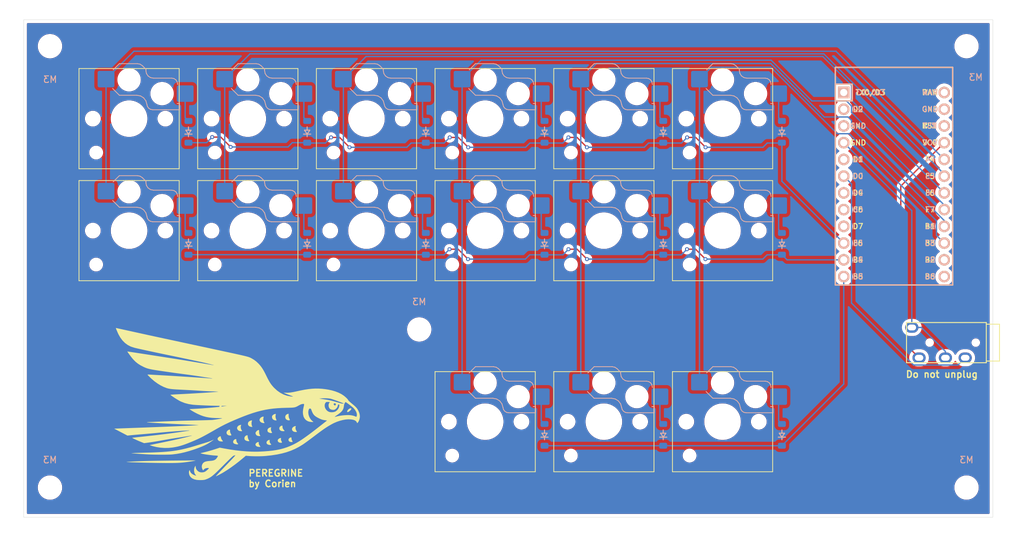
<source format=kicad_pcb>
(kicad_pcb (version 20240108) (generator "pcbnew") (generator_version "8.0")
  (layers (0 "F.Cu" signal) (31 "B.Cu" signal) (34 "B.Paste" user) (35 "F.Paste" user) (36 "B.SilkS" user "B.Silkscreen") (37 "F.SilkS" user "F.Silkscreen") (38 "B.Mask" user) (39 "F.Mask" user) (44 "Edge.Cuts" user))
  (net 0 "")
  (net 1 "Row1Top")
  (net 2 "Net-(D1-A)")
  (net 3 "Net-(D2-A)")
  (net 4 "Net-(D3-A)")
  (net 5 "Net-(D4-A)")
  (net 6 "Net-(D5-A)")
  (net 7 "Net-(D6-A)")
  (net 8 "Net-(D7-A)")
  (net 9 "Row2Middle")
  (net 10 "Net-(D8-A)")
  (net 11 "Net-(D9-A)")
  (net 12 "Net-(D10-A)")
  (net 13 "Net-(D11-A)")
  (net 14 "Net-(D12-A)")
  (net 15 "Row3Bottom")
  (net 16 "Net-(D13-A)")
  (net 17 "Net-(D14-A)")
  (net 18 "Net-(D15-A)")
  (net 19 "Column1")
  (net 20 "Column2")
  (net 21 "Column3")
  (net 22 "Column4")
  (net 23 "Column5")
  (net 24 "Column6")
  (net 37 "TRRSVCC")
  (net 38 "TRRS_DATA")
  (net 39 "TRRS_GROUND")
  (footprint "ScottoKeebs_Hotswap:Hotswap_Choc_V1V2_1.00u" (layer "F.Cu") (at 170 126)
    (property "Reference" "S15" (hide yes))
    (property "Value" "Keyswitch")
  )
  (footprint "ScottoKeebs_MCU:Arduino_Pro_Micro" (layer "F.Cu") (at 196 90)
    (property "Reference" "U1" (hide yes))
    (property "Value" "Arduino_Pro_Micro" (hide yes))
  )
  (footprint "MountingHole:MountingHole_3.2mm_M3" (layer "F.Cu") (at 207 69)
    (property "Reference" "M3")
    (property "Value" "MountingHole_3.2mm_M3" (hide yes))
  )
  (footprint "MountingHole:MountingHole_3.2mm_M3" (layer "F.Cu") (at 124 112)
    (property "Reference" "M3")
    (property "Value" "MountingHole_3.2mm_M3" (hide yes))
  )
  (footprint "ScottoKeebs_Components:TRRS_PJ-320A" (layer "F.Cu") (at 210 114 -90)
    (property "Reference" "U2" (hide yes))
    (property "Value" "TRRS" (hide yes))
  )
  (footprint "ScottoKeebs_Hotswap:Hotswap_Choc_V1V2_1.00u" (layer "F.Cu") (at 152 97)
    (property "Reference" "S11" (hide yes))
    (property "Value" "Keyswitch")
  )
  (footprint "ScottoKeebs_Hotswap:Hotswap_Choc_V1V2_1.00u" (layer "F.Cu") (at 134 80)
    (property "Reference" "S4" (hide yes))
    (property "Value" "Keyswitch")
  )
  (footprint "ScottoKeebs_Hotswap:Hotswap_Choc_V1V2_1.00u" (layer "F.Cu") (at 80 80)
    (property "Reference" "S1" (hide yes))
    (property "Value" "Keyswitch")
  )
  (footprint "ScottoKeebs_Hotswap:Hotswap_Choc_V1V2_1.00u" (layer "F.Cu") (at 152 126)
    (property "Reference" "S14" (hide yes))
    (property "Value" "Keyswitch")
  )
  (footprint "ScottoKeebs_Hotswap:Hotswap_Choc_V1V2_1.00u" (layer "F.Cu") (at 80 97)
    (property "Reference" "S7" (hide yes))
    (property "Value" "Keyswitch")
  )
  (footprint "ScottoKeebs_Hotswap:Hotswap_Choc_V1V2_1.00u" (layer "F.Cu") (at 170 97)
    (property "Reference" "S12" (hide yes))
    (property "Value" "Keyswitch")
  )
  (footprint "MountingHole:MountingHole_3.2mm_M3" (layer "F.Cu") (at 207 136)
    (property "Reference" "M3")
    (property "Value" "MountingHole_3.2mm_M3" (hide yes))
  )
  (footprint "ScottoKeebs_Hotswap:Hotswap_Choc_V1V2_1.00u" (layer "F.Cu") (at 134 126)
    (property "Reference" "S13" (hide yes))
    (property "Value" "Keyswitch")
  )
  (footprint "MountingHole:MountingHole_3.2mm_M3" (layer "F.Cu") (at 68 136)
    (property "Reference" "M3")
    (property "Value" "MountingHole_3.2mm_M3" (hide yes))
  )
  (footprint "ScottoKeebs_Hotswap:Hotswap_Choc_V1V2_1.00u" (layer "F.Cu") (at 116 97)
    (property "Reference" "S9" (hide yes))
    (property "Value" "Keyswitch")
  )
  (footprint "ScottoKeebs_Hotswap:Hotswap_Choc_V1V2_1.00u" (layer "F.Cu") (at 134 97)
    (property "Reference" "S10" (hide yes))
    (property "Value" "Keyswitch")
  )
  (footprint "LOGO" (layer "F.Cu") (at 96 124)
    (property "Reference" "G***")
    (property "Value" "LOGO" (hide yes))
  )
  (footprint "MountingHole:MountingHole_3.2mm_M3" (layer "F.Cu") (at 68 69)
    (property "Reference" "M3")
    (property "Value" "MountingHole_3.2mm_M3" (hide yes))
  )
  (footprint "ScottoKeebs_Hotswap:Hotswap_Choc_V1V2_1.00u" (layer "F.Cu") (at 98 80)
    (property "Reference" "S2" (hide yes))
    (property "Value" "Keyswitch")
  )
  (footprint "ScottoKeebs_Hotswap:Hotswap_Choc_V1V2_1.00u" (layer "F.Cu") (at 98 97)
    (property "Reference" "S8" (hide yes))
    (property "Value" "Keyswitch")
  )
  (footprint "ScottoKeebs_Hotswap:Hotswap_Choc_V1V2_1.00u" (layer "F.Cu") (at 152 80)
    (property "Reference" "S5" (hide yes))
    (property "Value" "Keyswitch")
  )
  (footprint "ScottoKeebs_Hotswap:Hotswap_Choc_V1V2_1.00u" (layer "F.Cu") (at 116 80)
    (property "Reference" "S3" (hide yes))
    (property "Value" "Keyswitch")
  )
  (footprint "ScottoKeebs_Hotswap:Hotswap_Choc_V1V2_1.00u" (layer "F.Cu") (at 170 80)
    (property "Reference" "S6" (hide yes))
    (property "Value" "Keyswitch")
  )
  (footprint "ScottoKeebs_Components:Diode_SOD-123" (layer "B.Cu") (at 125 99 90)
    (property "Reference" "D9" (hide yes))
    (property "Value" "Diode")
  )
  (footprint "ScottoKeebs_Components:Diode_SOD-123" (layer "B.Cu") (at 143 82 90)
    (property "Reference" "D4" (hide yes))
    (property "Value" "Diode")
  )
  (footprint "ScottoKeebs_Components:Diode_SOD-123" (layer "B.Cu") (at 143 128 90)
    (property "Reference" "D13" (hide yes))
    (property "Value" "Diode")
  )
  (footprint "ScottoKeebs_Components:Diode_SOD-123" (layer "B.Cu") (at 161 82 90)
    (property "Reference" "D5" (hide yes))
    (property "Value" "Diode")
  )
  (footprint "ScottoKeebs_Components:Diode_SOD-123" (layer "B.Cu") (at 107 82 90)
    (property "Reference" "D2" (hide yes))
    (property "Value" "Diode")
  )
  (footprint "ScottoKeebs_Components:Diode_SOD-123" (layer "B.Cu") (at 89 99 90)
    (property "Reference" "D7" (hide yes))
    (property "Value" "Diode")
  )
  (footprint "ScottoKeebs_Components:Diode_SOD-123" (layer "B.Cu") (at 179 82 90)
    (property "Reference" "D6" (hide yes))
    (property "Value" "Diode")
  )
  (footprint "ScottoKeebs_Components:Diode_SOD-123" (layer "B.Cu") (at 89 82 90)
    (property "Reference" "D1" (hide yes))
    (property "Value" "Diode")
  )
  (footprint "ScottoKeebs_Components:Diode_SOD-123" (layer "B.Cu") (at 107 99 90)
    (property "Reference" "D8" (hide yes))
    (property "Value" "Diode")
  )
  (footprint "ScottoKeebs_Components:Diode_SOD-123" (layer "B.Cu") (at 143 99 90)
    (property "Reference" "D10" (hide yes))
    (property "Value" "Diode")
  )
  (footprint "ScottoKeebs_Components:Diode_SOD-123" (layer "B.Cu") (at 179 128 90)
    (property "Reference" "D15" (hide yes))
    (property "Value" "Diode")
  )
  (footprint "ScottoKeebs_Components:Diode_SOD-123" (layer "B.Cu") (at 125 82 90)
    (property "Reference" "D3" (hide yes))
    (property "Value" "Diode")
  )
  (footprint "ScottoKeebs_Components:Diode_SOD-123" (layer "B.Cu") (at 161 99 90)
    (property "Reference" "D11" (hide yes))
    (property "Value" "Diode")
  )
  (footprint "ScottoKeebs_Components:Diode_SOD-123" (layer "B.Cu") (at 161 128 90)
    (property "Reference" "D14" (hide yes))
    (property "Value" "Diode")
  )
  (footprint "ScottoKeebs_Components:Diode_SOD-123" (layer "B.Cu") (at 179 99 90)
    (property "Reference" "D12" (hide yes))
    (property "Value" "Diode")
  )
  (gr_rect (start 64 65) (end 211 140.5) (stroke (width 0.05)) (fill none) (layer "Edge.Cuts"))
  (gr_text "PEREGRINE\nby Corien" (at 98 136 0) (layer "F.SilkS") (effects (font (size 1 1) (thickness 0.2) (bold yes)) (justify left bottom)))
  (gr_text "Do not unplug \n" (at 197.7 119.4 0) (layer "F.SilkS") (effects (font (size 1 1) (thickness 0.2) (bold yes)) (justify left bottom)))
  (segment (start 165.925 82.85) (end 167.425 84.35) (width 0.2) (layer "F.Cu") (net 1))
  (segment (start 128.625 82.85) (end 129.925 82.85) (width 0.2) (layer "F.Cu") (net 1))
  (segment (start 146.625 82.85) (end 147.925 82.85) (width 0.2) (layer "F.Cu") (net 1))
  (segment (start 111.925 82.85) (end 113.425 84.35) (width 0.2) (layer "F.Cu") (net 1))
  (segment (start 93.9 82.8) (end 95.4 84.3) (width 0.2) (layer "F.Cu") (net 1))
  (segment (start 164.625 82.85) (end 165.925 82.85) (width 0.2) (layer "F.Cu") (net 1))
  (segment (start 110.625 82.85) (end 111.925 82.85) (width 0.2) (layer "F.Cu") (net 1))
  (segment (start 147.925 82.85) (end 149.425 84.35) (width 0.2) (layer "F.Cu") (net 1))
  (segment (start 92.6 82.8) (end 93.9 82.8) (width 0.2) (layer "F.Cu") (net 1))
  (segment (start 129.925 82.85) (end 131.425 84.35) (width 0.2) (layer "F.Cu") (net 1))
  (via (at 95.4 84.3) (size 0.6) (drill 0.3) (layers "F.Cu" "B.Cu") (net 1))
  (via (at 131.425 84.35) (size 0.6) (drill 0.3) (layers "F.Cu" "B.Cu") (net 1))
  (via (at 110.625 82.85) (size 0.6) (drill 0.3) (layers "F.Cu" "B.Cu") (net 1))
  (via (at 146.625 82.85) (size 0.6) (drill 0.3) (layers "F.Cu" "B.Cu") (net 1))
  (via (at 92.6 82.8) (size 0.6) (drill 0.3) (layers "F.Cu" "B.Cu") (net 1))
  (via (at 113.425 84.35) (size 0.6) (drill 0.3) (layers "F.Cu" "B.Cu") (net 1))
  (via (at 167.425 84.35) (size 0.6) (drill 0.3) (layers "F.Cu" "B.Cu") (net 1))
  (via (at 128.625 82.85) (size 0.6) (drill 0.3) (layers "F.Cu" "B.Cu") (net 1))
  (via (at 164.625 82.85) (size 0.6) (drill 0.3) (layers "F.Cu" "B.Cu") (net 1))
  (via (at 149.425 84.35) (size 0.6) (drill 0.3) (layers "F.Cu" "B.Cu") (net 1))
  (segment (start 140.775 83.7) (end 140.125 84.35) (width 0.2) (layer "B.Cu") (net 1))
  (segment (start 107 83.65) (end 104.75 83.65) (width 0.2) (layer "B.Cu") (net 1))
  (segment (start 125.025 83.7) (end 122.775 83.7) (width 0.2) (layer "B.Cu") (net 1))
  (segment (start 161.025 83.7) (end 163.775 83.7) (width 0.2) (layer "B.Cu") (net 1))
  (segment (start 125.025 83.7) (end 127.775 83.7) (width 0.2) (layer "B.Cu") (net 1))
  (segment (start 91.75 83.65) (end 92.6 82.8) (width 0.2) (layer "B.Cu") (net 1))
  (segment (start 145.775 83.7) (end 146.625 82.85) (width 0.2) (layer "B.Cu") (net 1))
  (segment (start 140.125 84.35) (end 131.425 84.35) (width 0.2) (layer "B.Cu") (net 1))
  (segment (start 107.025 83.7) (end 109.775 83.7) (width 0.2) (layer "B.Cu") (net 1))
  (segment (start 127.775 83.7) (end 128.625 82.85) (width 0.2) (layer "B.Cu") (net 1))
  (segment (start 158.125 84.35) (end 149.425 84.35) (width 0.2) (layer "B.Cu") (net 1))
  (segment (start 161.025 83.7) (end 158.775 83.7) (width 0.2) (layer "B.Cu") (net 1))
  (segment (start 122.125 84.35) (end 113.425 84.35) (width 0.2) (layer "B.Cu") (net 1))
  (segment (start 176.125 84.35) (end 167.425 84.35) (width 0.2) (layer "B.Cu") (net 1))
  (segment (start 122.775 83.7) (end 122.125 84.35) (width 0.2) (layer "B.Cu") (net 1))
  (segment (start 158.775 83.7) (end 158.125 84.35) (width 0.2) (layer "B.Cu") (net 1))
  (segment (start 143.025 83.7) (end 145.775 83.7) (width 0.2) (layer "B.Cu") (net 1))
  (segment (start 179 89.51) (end 179 83.65) (width 0.2) (layer "B.Cu") (net 1))
  (segment (start 163.775 83.7) (end 164.625 82.85) (width 0.2) (layer "B.Cu") (net 1))
  (segment (start 188.38 98.89) (end 179 89.51) (width 0.2) (layer "B.Cu") (net 1))
  (segment (start 179.025 83.7) (end 176.775 83.7) (width 0.2) (layer "B.Cu") (net 1))
  (segment (start 176.775 83.7) (end 176.125 84.35) (width 0.2) (layer "B.Cu") (net 1))
  (segment (start 104.1 84.3) (end 95.4 84.3) (width 0.2) (layer "B.Cu") (net 1))
  (segment (start 109.775 83.7) (end 110.625 82.85) (width 0.2) (layer "B.Cu") (net 1))
  (segment (start 89 83.65) (end 91.75 83.65) (width 0.2) (layer "B.Cu") (net 1))
  (segment (start 143.025 83.7) (end 140.775 83.7) (width 0.2) (layer "B.Cu") (net 1))
  (segment (start 104.75 83.65) (end 104.1 84.3) (width 0.2) (layer "B.Cu") (net 1))
  (segment (start 88.5 76.2) (end 88.5 79.85) (width 0.2) (layer "B.Cu") (net 2))
  (segment (start 88.5 79.85) (end 89 80.35) (width 0.2) (layer "B.Cu") (net 2))
  (segment (start 106.5 76.2) (end 106.5 79.85) (width 0.2) (layer "B.Cu") (net 3))
  (segment (start 106.5 79.85) (end 107 80.35) (width 0.2) (layer "B.Cu") (net 3))
  (segment (start 124.5 79.85) (end 125 80.35) (width 0.2) (layer "B.Cu") (net 4))
  (segment (start 124.5 76.2) (end 124.5 79.85) (width 0.2) (layer "B.Cu") (net 4))
  (segment (start 142.5 76.2) (end 142.5 79.85) (width 0.2) (layer "B.Cu") (net 5))
  (segment (start 142.5 79.85) (end 143 80.35) (width 0.2) (layer "B.Cu") (net 5))
  (segment (start 160.5 79.85) (end 161 80.35) (width 0.2) (layer "B.Cu") (net 6))
  (segment (start 160.5 76.2) (end 160.5 79.85) (width 0.2) (layer "B.Cu") (net 6))
  (segment (start 178.5 79.85) (end 179 80.35) (width 0.2) (layer "B.Cu") (net 7))
  (segment (start 178.5 76.2) (end 178.5 79.85) (width 0.2) (layer "B.Cu") (net 7))
  (segment (start 88.5 93.2) (end 88.5 96.85) (width 0.2) (layer "B.Cu") (net 8))
  (segment (start 88.5 96.85) (end 89 97.35) (width 0.2) (layer "B.Cu") (net 8))
  (segment (start 146.635 99.82) (end 147.935 99.82) (width 0.2) (layer "F.Cu") (net 9))
  (segment (start 165.905 99.82) (end 167.405 101.32) (width 0.2) (layer "F.Cu") (net 9))
  (segment (start 128.595 99.82) (end 129.895 99.82) (width 0.2) (layer "F.Cu") (net 9))
  (segment (start 147.935 99.82) (end 149.435 101.32) (width 0.2) (layer "F.Cu") (net 9))
  (segment (start 164.605 99.82) (end 165.905 99.82) (width 0.2) (layer "F.Cu") (net 9))
  (segment (start 129.895 99.82) (end 131.395 101.32) (width 0.2) (layer "F.Cu") (net 9))
  (via (at 146.635 99.82) (size 0.6) (drill 0.3) (layers "F.Cu" "B.Cu") (net 9))
  (via (at 128.595 99.82) (size 0.6) (drill 0.3) (layers "F.Cu" "B.Cu") (net 9))
  (via (at 164.605 99.82) (size 0.6) (drill 0.3) (layers "F.Cu" "B.Cu") (net 9))
  (via (at 149.435 101.32) (size 0.6) (drill 0.3) (layers "F.Cu" "B.Cu") (net 9))
  (via (at 167.405 101.32) (size 0.6) (drill 0.3) (layers "F.Cu" "B.Cu") (net 9))
  (via (at 131.395 101.32) (size 0.6) (drill 0.3) (layers "F.Cu" "B.Cu") (net 9))
  (segment (start 176.105 101.32) (end 167.405 101.32) (width 0.2) (layer "B.Cu") (net 9))
  (segment (start 163.755 100.67) (end 164.605 99.82) (width 0.2) (layer "B.Cu") (net 9))
  (segment (start 179.78 101.43) (end 179 100.65) (width 0.2) (layer "B.Cu") (net 9))
  (segment (start 127.745 100.67) (end 128.595 99.82) (width 0.2) (layer "B.Cu") (net 9))
  (segment (start 161.035 100.67) (end 158.785 100.67) (width 0.2) (layer "B.Cu") (net 9))
  (segment (start 143.035 100.67) (end 145.785 100.67) (width 0.2) (layer "B.Cu") (net 9))
  (segment (start 107 100.65) (end 125 100.65) (width 0.2) (layer "B.Cu") (net 9))
  (segment (start 158.135 101.32) (end 149.435 101.32) (width 0.2) (layer "B.Cu") (net 9))
  (segment (start 188.38 101.43) (end 179.78 101.43) (width 0.2) (layer "B.Cu") (net 9))
  (segment (start 179.005 100.67) (end 176.755 100.67) (width 0.2) (layer "B.Cu") (net 9))
  (segment (start 145.785 100.67) (end 146.635 99.82) (width 0.2) (layer "B.Cu") (net 9))
  (segment (start 161.005 100.67) (end 163.755 100.67) (width 0.2) (layer "B.Cu") (net 9))
  (segment (start 142.995 100.67) (end 140.745 100.67) (width 0.2) (layer "B.Cu") (net 9))
  (segment (start 140.095 101.32) (end 131.395 101.32) (width 0.2) (layer "B.Cu") (net 9))
  (segment (start 176.755 100.67) (end 176.105 101.32) (width 0.2) (layer "B.Cu") (net 9))
  (segment (start 124.995 100.67) (end 127.745 100.67) (width 0.2) (layer "B.Cu") (net 9))
  (segment (start 158.785 100.67) (end 158.135 101.32) (width 0.2) (layer "B.Cu") (net 9))
  (segment (start 140.745 100.67) (end 140.095 101.32) (width 0.2) (layer "B.Cu") (net 9))
  (segment (start 89 100.65) (end 107 100.65) (width 0.2) (layer "B.Cu") (net 9))
  (segment (start 106.5 93.2) (end 106.5 96.85) (width 0.2) (layer "B.Cu") (net 10))
  (segment (start 106.5 96.85) (end 107 97.35) (width 0.2) (layer "B.Cu") (net 10))
  (segment (start 124.5 96.85) (end 125 97.35) (width 0.2) (layer "B.Cu") (net 11))
  (segment (start 124.5 93.2) (end 124.5 96.85) (width 0.2) (layer "B.Cu") (net 11))
  (segment (start 142.5 96.85) (end 143 97.35) (width 0.2) (layer "B.Cu") (net 12))
  (segment (start 142.5 93.2) (end 142.5 96.85) (width 0.2) (layer "B.Cu") (net 12))
  (segment (start 160.5 96.85) (end 161 97.35) (width 0.2) (layer "B.Cu") (net 13))
  (segment (start 160.5 93.2) (end 160.5 96.85) (width 0.2) (layer "B.Cu") (net 13))
  (segment (start 178.5 96.85) (end 179 97.35) (width 0.2) (layer "B.Cu") (net 14))
  (segment (start 178.5 93.2) (end 178.5 96.85) (width 0.2) (layer "B.Cu") (net 14))
  (segment (start 188.38 103.97) (end 188.38 120.27) (width 0.2) (layer "B.Cu") (net 15))
  (segment (start 143 129.65) (end 161 129.65) (width 0.2) (layer "B.Cu") (net 15))
  (segment (start 188.38 120.27) (end 179 129.65) (width 0.2) (layer "B.Cu") (net 15))
  (segment (start 161 129.65) (end 179 129.65) (width 0.2) (layer "B.Cu") (net 15))
  (segment (start 142.5 125.85) (end 143 126.35) (width 0.2) (layer "B.Cu") (net 16))
  (segment (start 142.5 122.2) (end 142.5 125.85) (width 0.2) (layer "B.Cu") (net 16))
  (segment (start 160.5 122.2) (end 160.5 125.85) (width 0.2) (layer "B.Cu") (net 17))
  (segment (start 160.5 125.85) (end 161 126.35) (width 0.2) (layer "B.Cu") (net 17))
  (segment (start 178.5 122.2) (end 178.5 125.85) (width 0.2) (layer "B.Cu") (net 18))
  (segment (start 178.5 125.85) (end 179 126.35) (width 0.2) (layer "B.Cu") (net 18))
  (segment (start 187.2 69.77) (end 80.73 69.77) (width 0.2) (layer "B.Cu") (net 19))
  (segment (start 80.73 69.77) (end 76.5 74) (width 0.2) (layer "B.Cu") (net 19))
  (segment (start 76.5 74) (end 76.5 91) (width 0.2) (layer "B.Cu") (net 19))
  (segment (start 203.62 86.19) (end 187.2 69.77) (width 0.2) (layer "B.Cu") (net 19))
  (segment (start 203.62 88.73) (end 203.62 88.424314) (width 0.2) (layer "B.Cu") (net 20))
  (segment (start 185.365686 70.17) (end 98.33 70.17) (width 0.2) (layer "B.Cu") (net 20))
  (segment (start 203.62 88.424314) (end 185.365686 70.17) (width 0.2) (layer "B.Cu") (net 20))
  (segment (start 94.5 74) (end 94.5 91) (width 0.2) (layer "B.Cu") (net 20))
  (segment (start 98.33 70.17) (end 94.5 74) (width 0.2) (layer "B.Cu") (net 20))
  (segment (start 189.5563 74.9263) (end 185.2 70.57) (width 0.2) (layer "B.Cu") (net 21))
  (segment (start 189.5563 77.2063) (end 189.5563 74.9263) (width 0.2) (layer "B.Cu") (net 21))
  (segment (start 185.2 70.57) (end 115.93 70.57) (width 0.2) (layer "B.Cu") (net 21))
  (segment (start 115.93 70.57) (end 112.5 74) (width 0.2) (layer "B.Cu") (net 21))
  (segment (start 112.5 74) (end 112.5 91) (width 0.2) (layer "B.Cu") (net 21))
  (segment (start 203.62 91.27) (end 189.5563 77.2063) (width 0.2) (layer "B.Cu") (net 21))
  (segment (start 130.5 91) (end 130.5 120) (width 0.2) (layer "B.Cu") (net 22))
  (segment (start 203.62 93.81) (end 203.62 93.12094) (width 0.2) (layer "B.Cu") (net 22))
  (segment (start 130.5 74) (end 130.5 91) (width 0.2) (layer "B.Cu") (net 22))
  (segment (start 203.62 93.12094) (end 189.5563 79.05724) (width 0.2) (layer "B.Cu") (net 22))
  (segment (start 188.78354 77.31) (end 183.551116 77.31) (width 0.2) (layer "B.Cu") (net 22))
  (segment (start 189.5563 78.08276) (end 188.78354 77.31) (width 0.2) (layer "B.Cu") (net 22))
  (segment (start 133.37 71.13) (end 130.5 74) (width 0.2) (layer "B.Cu") (net 22))
  (segment (start 189.5563 79.05724) (end 189.5563 78.08276) (width 0.2) (layer "B.Cu") (net 22))
  (segment (start 177.371116 71.13) (end 133.37 71.13) (width 0.2) (layer "B.Cu") (net 22))
  (segment (start 183.551116 77.31) (end 177.371116 71.13) (width 0.2) (layer "B.Cu") (net 22))
  (segment (start 203.62 95.47354) (end 189.5563 81.40984) (width 0.2) (layer "B.Cu") (net 23))
  (segment (start 177.30543 71.63) (end 150.87 71.63) (width 0.2) (layer "B.Cu") (net 23))
  (segment (start 189.0263 79.7463) (end 185.42173 79.7463) (width 0.2) (layer "B.Cu") (net 23))
  (segment (start 189.5563 80.2763) (end 189.0263 79.7463) (width 0.2) (layer "B.Cu") (net 23))
  (segment (start 189.5563 81.40984) (end 189.5563 80.2763) (width 0.2) (layer "B.Cu") (net 23))
  (segment (start 203.62 96.35) (end 203.62 95.47354) (width 0.2) (layer "B.Cu") (net 23))
  (segment (start 185.42173 79.7463) (end 177.30543 71.63) (width 0.2) (layer "B.Cu") (net 23))
  (segment (start 148.5 74) (end 148.5 120) (width 0.2) (layer "B.Cu") (net 23))
  (segment (start 150.87 71.63) (end 148.5 74) (width 0.2) (layer "B.Cu") (net 23))
  (segment (start 187.396044 82.2863) (end 177.299744 72.19) (width 0.2) (layer "B.Cu") (net 24))
  (segment (start 168.31 72.19) (end 166.5 74) (width 0.2) (layer "B.Cu") (net 24))
  (segment (start 202.4437 97.7137) (end 202.4437 95.5037) (width 0.2) (layer "B.Cu") (net 24))
  (segment (start 202.4437 95.5037) (end 189.2263 82.2863) (width 0.2) (layer "B.Cu") (net 24))
  (segment (start 203.62 98.89) (end 202.4437 97.7137) (width 0.2) (layer "B.Cu") (net 24))
  (segment (start 166.5 74) (end 166.5 120) (width 0.2) (layer "B.Cu") (net 24))
  (segment (start 177.299744 72.19) (end 168.31 72.19) (width 0.2) (layer "B.Cu") (net 24))
  (segment (start 189.2263 82.2863) (end 187.396044 82.2863) (width 0.2) (layer "B.Cu") (net 24))
  (segment (start 197.03 90.24) (end 197.03 113.53) (width 0.2) (layer "F.Cu") (net 37))
  (segment (start 203.62 83.65) (end 197.03 90.24) (width 0.2) (layer "F.Cu") (net 37))
  (segment (start 197.03 113.53) (end 199.8 116.3) (width 0.2) (layer "F.Cu") (net 37))
  (segment (start 189.5563 107.9963) (end 189.5563 89.9063) (width 0.2) (layer "B.Cu") (net 38))
  (segment (start 189.5563 89.9063) (end 188.38 88.73) (width 0.2) (layer "B.Cu") (net 38))
  (segment (start 206.8 116.3) (end 205.7 117.4) (width 0.2) (layer "B.Cu") (net 38))
  (segment (start 198.96 117.4) (end 189.5563 107.9963) (width 0.2) (layer "B.Cu") (net 38))
  (segment (start 205.7 117.4) (end 198.96 117.4) (width 0.2) (layer "B.Cu") (net 38))
  (segment (start 198.7 93.97) (end 198.7 111.7) (width 0.2) (layer "B.Cu") (net 39))
  (segment (start 188.38 83.65) (end 198.7 93.97) (width 0.2) (layer "B.Cu") (net 39))
  (segment (start 198.7 111.7) (end 200.16066 111.7) (width 0.2) (layer "B.Cu") (net 39))
  (segment (start 203.8 115.33934) (end 203.8 116.3) (width 0.2) (layer "B.Cu") (net 39))
  (segment (start 200.16066 111.7) (end 203.8 115.33934) (width 0.2) (layer "B.Cu") (net 39))
  (zone (net 0) (net_name "") (layers "F.Cu" "B.Cu") (connect_pads (clearance 0.5)) (min_thickness 0.25) (fill yes (thermal_gap 0.5) (thermal_bridge_width 0.5) (island_removal_mode 1) (island_area_min 10))
    (polygon (pts (xy 60.42 62.99) (xy 60.42 142.77) (xy 215.74 143.65) (xy 214.99 61.99)))
  )
)
</source>
